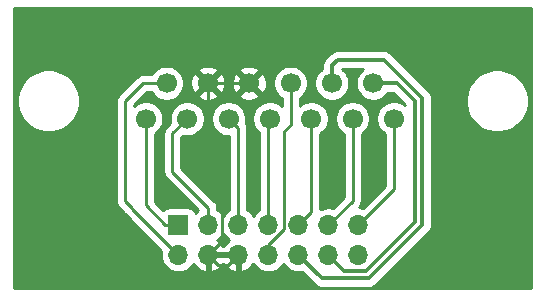
<source format=gbr>
G04 #@! TF.GenerationSoftware,KiCad,Pcbnew,(5.1.4)-1*
G04 #@! TF.CreationDate,2019-10-27T01:37:59+02:00*
G04 #@! TF.ProjectId,SIOSocket,53494f53-6f63-46b6-9574-2e6b69636164,rev?*
G04 #@! TF.SameCoordinates,Original*
G04 #@! TF.FileFunction,Copper,L2,Bot*
G04 #@! TF.FilePolarity,Positive*
%FSLAX46Y46*%
G04 Gerber Fmt 4.6, Leading zero omitted, Abs format (unit mm)*
G04 Created by KiCad (PCBNEW (5.1.4)-1) date 2019-10-27 01:37:59*
%MOMM*%
%LPD*%
G04 APERTURE LIST*
%ADD10R,1.700000X1.700000*%
%ADD11O,1.700000X1.700000*%
%ADD12C,1.700000*%
%ADD13C,0.250000*%
%ADD14C,0.350000*%
%ADD15C,0.254000*%
G04 APERTURE END LIST*
D10*
X140000000Y-98500000D03*
D11*
X140000000Y-101040000D03*
X142540000Y-98500000D03*
X142540000Y-101040000D03*
X145080000Y-98500000D03*
X145080000Y-101040000D03*
X147620000Y-98500000D03*
X147620000Y-101040000D03*
X150160000Y-98500000D03*
X150160000Y-101040000D03*
X152700000Y-98500000D03*
X152700000Y-101040000D03*
X155240000Y-98500000D03*
X155240000Y-101040000D03*
D12*
X139000000Y-86500000D03*
X142500000Y-86500000D03*
X146000000Y-86500000D03*
X149500000Y-86500000D03*
X153000000Y-86500000D03*
X156500000Y-86500000D03*
X137250000Y-89500000D03*
X140750000Y-89500000D03*
X144250000Y-89500000D03*
X147750000Y-89500000D03*
X151250000Y-89500000D03*
X154750000Y-89500000D03*
X158250000Y-89500000D03*
D13*
X137250000Y-90577630D02*
X137250000Y-89500000D01*
X137250000Y-96850000D02*
X137250000Y-90577630D01*
X138900000Y-98500000D02*
X137250000Y-96850000D01*
X140000000Y-98500000D02*
X138900000Y-98500000D01*
X137922370Y-86500000D02*
X139000000Y-86500000D01*
X136074999Y-97114999D02*
X136074999Y-97074999D01*
X140000000Y-101040000D02*
X136074999Y-97114999D01*
X136074999Y-97074999D02*
X135500000Y-96500000D01*
X135500000Y-96500000D02*
X135500000Y-88000000D01*
X137000000Y-86500000D02*
X139000000Y-86500000D01*
X135500000Y-88000000D02*
X137000000Y-86500000D01*
X142540000Y-98500000D02*
X142540000Y-97040000D01*
X142540000Y-97040000D02*
X139500000Y-94000000D01*
X139500000Y-90750000D02*
X140750000Y-89500000D01*
X139500000Y-94000000D02*
X139500000Y-90750000D01*
X145080000Y-90330000D02*
X144250000Y-89500000D01*
X145080000Y-98500000D02*
X145080000Y-90330000D01*
X147620000Y-89630000D02*
X147750000Y-89500000D01*
X147620000Y-98500000D02*
X147620000Y-89630000D01*
X149500000Y-87577630D02*
X149500000Y-86500000D01*
X148984999Y-98874003D02*
X148984999Y-90515001D01*
X147620000Y-101040000D02*
X147620000Y-100239002D01*
X147620000Y-100239002D02*
X148984999Y-98874003D01*
X149500000Y-90000000D02*
X149500000Y-86500000D01*
X148984999Y-90515001D02*
X149500000Y-90000000D01*
X151250000Y-97410000D02*
X151250000Y-89500000D01*
X150160000Y-98500000D02*
X151250000Y-97410000D01*
X154750000Y-96450000D02*
X154750000Y-89500000D01*
X152700000Y-98500000D02*
X154750000Y-96450000D01*
X158250000Y-95490000D02*
X158250000Y-89500000D01*
X155240000Y-98500000D02*
X158250000Y-95490000D01*
X143715001Y-99864999D02*
X143715001Y-92715001D01*
X142540000Y-101040000D02*
X143715001Y-99864999D01*
X142500000Y-91500000D02*
X142500000Y-86500000D01*
X143715001Y-92715001D02*
X142500000Y-91500000D01*
X142500000Y-86500000D02*
X146000000Y-86500000D01*
X144230001Y-101889999D02*
X145080000Y-101040000D01*
X143389999Y-101889999D02*
X144230001Y-101889999D01*
X142540000Y-101040000D02*
X143389999Y-101889999D01*
D14*
X153000000Y-85000000D02*
X153000000Y-86500000D01*
X153500000Y-84500000D02*
X153000000Y-85000000D01*
X152135011Y-103015011D02*
X156145243Y-103015011D01*
X150160000Y-101040000D02*
X152135011Y-103015011D01*
X156145243Y-103015011D02*
X160650010Y-98510244D01*
X160650010Y-98510244D02*
X160650010Y-87730758D01*
X160650010Y-87730758D02*
X157419252Y-84500000D01*
X157419252Y-84500000D02*
X153500000Y-84500000D01*
X153549999Y-101889999D02*
X152700000Y-101040000D01*
X156500000Y-86500000D02*
X158500000Y-86500000D01*
X158500000Y-86500000D02*
X160000000Y-88000000D01*
X160000000Y-88000000D02*
X160000000Y-98241002D01*
X160000000Y-98241002D02*
X155876001Y-102365001D01*
X155876001Y-102365001D02*
X154025001Y-102365001D01*
X154025001Y-102365001D02*
X153549999Y-101889999D01*
D15*
G36*
X169873000Y-103873000D02*
G01*
X126127000Y-103873000D01*
X126127000Y-87737314D01*
X126332905Y-87737314D01*
X126332905Y-88262686D01*
X126435400Y-88777963D01*
X126636451Y-89263343D01*
X126928332Y-89700174D01*
X127299826Y-90071668D01*
X127736657Y-90363549D01*
X128222037Y-90564600D01*
X128737314Y-90667095D01*
X129262686Y-90667095D01*
X129777963Y-90564600D01*
X130263343Y-90363549D01*
X130700174Y-90071668D01*
X131071668Y-89700174D01*
X131363549Y-89263343D01*
X131564600Y-88777963D01*
X131667095Y-88262686D01*
X131667095Y-88000000D01*
X134736324Y-88000000D01*
X134740001Y-88037332D01*
X134740000Y-96462678D01*
X134736324Y-96500000D01*
X134740000Y-96537322D01*
X134740000Y-96537332D01*
X134750997Y-96648985D01*
X134791574Y-96782752D01*
X134794454Y-96792246D01*
X134865026Y-96924276D01*
X134899280Y-96966014D01*
X134959999Y-97040001D01*
X134989002Y-97063803D01*
X135411952Y-97486755D01*
X135440025Y-97539275D01*
X135473448Y-97580001D01*
X135534998Y-97655000D01*
X135564002Y-97678803D01*
X138559203Y-100674005D01*
X138536487Y-100748889D01*
X138507815Y-101040000D01*
X138536487Y-101331111D01*
X138621401Y-101611034D01*
X138759294Y-101869014D01*
X138944866Y-102095134D01*
X139170986Y-102280706D01*
X139428966Y-102418599D01*
X139708889Y-102503513D01*
X139927050Y-102525000D01*
X140072950Y-102525000D01*
X140291111Y-102503513D01*
X140571034Y-102418599D01*
X140829014Y-102280706D01*
X141055134Y-102095134D01*
X141240706Y-101869014D01*
X141275201Y-101804477D01*
X141344822Y-101921355D01*
X141539731Y-102137588D01*
X141773080Y-102311641D01*
X142035901Y-102436825D01*
X142183110Y-102481476D01*
X142413000Y-102360155D01*
X142413000Y-101167000D01*
X142667000Y-101167000D01*
X142667000Y-102360155D01*
X142896890Y-102481476D01*
X143044099Y-102436825D01*
X143306920Y-102311641D01*
X143540269Y-102137588D01*
X143735178Y-101921355D01*
X143810000Y-101795745D01*
X143884822Y-101921355D01*
X144079731Y-102137588D01*
X144313080Y-102311641D01*
X144575901Y-102436825D01*
X144723110Y-102481476D01*
X144953000Y-102360155D01*
X144953000Y-101167000D01*
X142667000Y-101167000D01*
X142413000Y-101167000D01*
X142393000Y-101167000D01*
X142393000Y-100913000D01*
X142413000Y-100913000D01*
X142413000Y-100893000D01*
X142667000Y-100893000D01*
X142667000Y-100913000D01*
X144953000Y-100913000D01*
X144953000Y-100893000D01*
X145207000Y-100893000D01*
X145207000Y-100913000D01*
X145227000Y-100913000D01*
X145227000Y-101167000D01*
X145207000Y-101167000D01*
X145207000Y-102360155D01*
X145436890Y-102481476D01*
X145584099Y-102436825D01*
X145846920Y-102311641D01*
X146080269Y-102137588D01*
X146275178Y-101921355D01*
X146344799Y-101804477D01*
X146379294Y-101869014D01*
X146564866Y-102095134D01*
X146790986Y-102280706D01*
X147048966Y-102418599D01*
X147328889Y-102503513D01*
X147547050Y-102525000D01*
X147692950Y-102525000D01*
X147911111Y-102503513D01*
X148191034Y-102418599D01*
X148449014Y-102280706D01*
X148675134Y-102095134D01*
X148860706Y-101869014D01*
X148890000Y-101814209D01*
X148919294Y-101869014D01*
X149104866Y-102095134D01*
X149330986Y-102280706D01*
X149588966Y-102418599D01*
X149868889Y-102503513D01*
X150087050Y-102525000D01*
X150232950Y-102525000D01*
X150451111Y-102503513D01*
X150471742Y-102497255D01*
X151534116Y-103559629D01*
X151559483Y-103590539D01*
X151627221Y-103646130D01*
X151682821Y-103691760D01*
X151728297Y-103716067D01*
X151823538Y-103766974D01*
X151976223Y-103813291D01*
X152095220Y-103825011D01*
X152095222Y-103825011D01*
X152135010Y-103828930D01*
X152174798Y-103825011D01*
X156105455Y-103825011D01*
X156145243Y-103828930D01*
X156185031Y-103825011D01*
X156185034Y-103825011D01*
X156304031Y-103813291D01*
X156456716Y-103766974D01*
X156597432Y-103691760D01*
X156720771Y-103590539D01*
X156746143Y-103559623D01*
X161194629Y-99111138D01*
X161225538Y-99085772D01*
X161326759Y-98962433D01*
X161354071Y-98911336D01*
X161401973Y-98821718D01*
X161448290Y-98669032D01*
X161463929Y-98510244D01*
X161460010Y-98470453D01*
X161460010Y-87770546D01*
X161463283Y-87737314D01*
X164332905Y-87737314D01*
X164332905Y-88262686D01*
X164435400Y-88777963D01*
X164636451Y-89263343D01*
X164928332Y-89700174D01*
X165299826Y-90071668D01*
X165736657Y-90363549D01*
X166222037Y-90564600D01*
X166737314Y-90667095D01*
X167262686Y-90667095D01*
X167777963Y-90564600D01*
X168263343Y-90363549D01*
X168700174Y-90071668D01*
X169071668Y-89700174D01*
X169363549Y-89263343D01*
X169564600Y-88777963D01*
X169667095Y-88262686D01*
X169667095Y-87737314D01*
X169564600Y-87222037D01*
X169363549Y-86736657D01*
X169071668Y-86299826D01*
X168700174Y-85928332D01*
X168263343Y-85636451D01*
X167777963Y-85435400D01*
X167262686Y-85332905D01*
X166737314Y-85332905D01*
X166222037Y-85435400D01*
X165736657Y-85636451D01*
X165299826Y-85928332D01*
X164928332Y-86299826D01*
X164636451Y-86736657D01*
X164435400Y-87222037D01*
X164332905Y-87737314D01*
X161463283Y-87737314D01*
X161463929Y-87730758D01*
X161459770Y-87688528D01*
X161448290Y-87571970D01*
X161401973Y-87419285D01*
X161326759Y-87278569D01*
X161225538Y-87155230D01*
X161194628Y-87129863D01*
X158020152Y-83955388D01*
X157994780Y-83924472D01*
X157871441Y-83823251D01*
X157730725Y-83748037D01*
X157578040Y-83701720D01*
X157459043Y-83690000D01*
X157459040Y-83690000D01*
X157419252Y-83686081D01*
X157379464Y-83690000D01*
X153539788Y-83690000D01*
X153500000Y-83686081D01*
X153460212Y-83690000D01*
X153460209Y-83690000D01*
X153341212Y-83701720D01*
X153188527Y-83748037D01*
X153047811Y-83823251D01*
X152924472Y-83924472D01*
X152899100Y-83955388D01*
X152455388Y-84399100D01*
X152424472Y-84424472D01*
X152362489Y-84500000D01*
X152323251Y-84547811D01*
X152283049Y-84623025D01*
X152248037Y-84688528D01*
X152201720Y-84841213D01*
X152190790Y-84952189D01*
X152186081Y-85000000D01*
X152190000Y-85039789D01*
X152190000Y-85255230D01*
X152053368Y-85346525D01*
X151846525Y-85553368D01*
X151684010Y-85796589D01*
X151572068Y-86066842D01*
X151515000Y-86353740D01*
X151515000Y-86646260D01*
X151572068Y-86933158D01*
X151684010Y-87203411D01*
X151846525Y-87446632D01*
X152053368Y-87653475D01*
X152296589Y-87815990D01*
X152566842Y-87927932D01*
X152853740Y-87985000D01*
X153146260Y-87985000D01*
X153433158Y-87927932D01*
X153703411Y-87815990D01*
X153946632Y-87653475D01*
X154153475Y-87446632D01*
X154315990Y-87203411D01*
X154427932Y-86933158D01*
X154485000Y-86646260D01*
X154485000Y-86353740D01*
X154427932Y-86066842D01*
X154315990Y-85796589D01*
X154153475Y-85553368D01*
X153946632Y-85346525D01*
X153891968Y-85310000D01*
X155608032Y-85310000D01*
X155553368Y-85346525D01*
X155346525Y-85553368D01*
X155184010Y-85796589D01*
X155072068Y-86066842D01*
X155015000Y-86353740D01*
X155015000Y-86646260D01*
X155072068Y-86933158D01*
X155184010Y-87203411D01*
X155346525Y-87446632D01*
X155553368Y-87653475D01*
X155796589Y-87815990D01*
X156066842Y-87927932D01*
X156353740Y-87985000D01*
X156646260Y-87985000D01*
X156933158Y-87927932D01*
X157203411Y-87815990D01*
X157446632Y-87653475D01*
X157653475Y-87446632D01*
X157744770Y-87310000D01*
X158164488Y-87310000D01*
X159190000Y-88335513D01*
X159190000Y-88342094D01*
X158953411Y-88184010D01*
X158683158Y-88072068D01*
X158396260Y-88015000D01*
X158103740Y-88015000D01*
X157816842Y-88072068D01*
X157546589Y-88184010D01*
X157303368Y-88346525D01*
X157096525Y-88553368D01*
X156934010Y-88796589D01*
X156822068Y-89066842D01*
X156765000Y-89353740D01*
X156765000Y-89646260D01*
X156822068Y-89933158D01*
X156934010Y-90203411D01*
X157096525Y-90446632D01*
X157303368Y-90653475D01*
X157490001Y-90778179D01*
X157490000Y-95175198D01*
X155605996Y-97059203D01*
X155531111Y-97036487D01*
X155312950Y-97015000D01*
X155259802Y-97015000D01*
X155261004Y-97013798D01*
X155290001Y-96990001D01*
X155384974Y-96874276D01*
X155455546Y-96742247D01*
X155499003Y-96598986D01*
X155510000Y-96487333D01*
X155510000Y-96487323D01*
X155513676Y-96450000D01*
X155510000Y-96412677D01*
X155510000Y-90778178D01*
X155696632Y-90653475D01*
X155903475Y-90446632D01*
X156065990Y-90203411D01*
X156177932Y-89933158D01*
X156235000Y-89646260D01*
X156235000Y-89353740D01*
X156177932Y-89066842D01*
X156065990Y-88796589D01*
X155903475Y-88553368D01*
X155696632Y-88346525D01*
X155453411Y-88184010D01*
X155183158Y-88072068D01*
X154896260Y-88015000D01*
X154603740Y-88015000D01*
X154316842Y-88072068D01*
X154046589Y-88184010D01*
X153803368Y-88346525D01*
X153596525Y-88553368D01*
X153434010Y-88796589D01*
X153322068Y-89066842D01*
X153265000Y-89353740D01*
X153265000Y-89646260D01*
X153322068Y-89933158D01*
X153434010Y-90203411D01*
X153596525Y-90446632D01*
X153803368Y-90653475D01*
X153990001Y-90778179D01*
X153990000Y-96135198D01*
X153065996Y-97059203D01*
X152991111Y-97036487D01*
X152772950Y-97015000D01*
X152627050Y-97015000D01*
X152408889Y-97036487D01*
X152128966Y-97121401D01*
X152010000Y-97184990D01*
X152010000Y-90778178D01*
X152196632Y-90653475D01*
X152403475Y-90446632D01*
X152565990Y-90203411D01*
X152677932Y-89933158D01*
X152735000Y-89646260D01*
X152735000Y-89353740D01*
X152677932Y-89066842D01*
X152565990Y-88796589D01*
X152403475Y-88553368D01*
X152196632Y-88346525D01*
X151953411Y-88184010D01*
X151683158Y-88072068D01*
X151396260Y-88015000D01*
X151103740Y-88015000D01*
X150816842Y-88072068D01*
X150546589Y-88184010D01*
X150303368Y-88346525D01*
X150260000Y-88389893D01*
X150260000Y-87778178D01*
X150446632Y-87653475D01*
X150653475Y-87446632D01*
X150815990Y-87203411D01*
X150927932Y-86933158D01*
X150985000Y-86646260D01*
X150985000Y-86353740D01*
X150927932Y-86066842D01*
X150815990Y-85796589D01*
X150653475Y-85553368D01*
X150446632Y-85346525D01*
X150203411Y-85184010D01*
X149933158Y-85072068D01*
X149646260Y-85015000D01*
X149353740Y-85015000D01*
X149066842Y-85072068D01*
X148796589Y-85184010D01*
X148553368Y-85346525D01*
X148346525Y-85553368D01*
X148184010Y-85796589D01*
X148072068Y-86066842D01*
X148015000Y-86353740D01*
X148015000Y-86646260D01*
X148072068Y-86933158D01*
X148184010Y-87203411D01*
X148346525Y-87446632D01*
X148553368Y-87653475D01*
X148740001Y-87778179D01*
X148740000Y-88389893D01*
X148696632Y-88346525D01*
X148453411Y-88184010D01*
X148183158Y-88072068D01*
X147896260Y-88015000D01*
X147603740Y-88015000D01*
X147316842Y-88072068D01*
X147046589Y-88184010D01*
X146803368Y-88346525D01*
X146596525Y-88553368D01*
X146434010Y-88796589D01*
X146322068Y-89066842D01*
X146265000Y-89353740D01*
X146265000Y-89646260D01*
X146322068Y-89933158D01*
X146434010Y-90203411D01*
X146596525Y-90446632D01*
X146803368Y-90653475D01*
X146860001Y-90691316D01*
X146860000Y-97222405D01*
X146790986Y-97259294D01*
X146564866Y-97444866D01*
X146379294Y-97670986D01*
X146350000Y-97725791D01*
X146320706Y-97670986D01*
X146135134Y-97444866D01*
X145909014Y-97259294D01*
X145840000Y-97222405D01*
X145840000Y-90367322D01*
X145843676Y-90329999D01*
X145840000Y-90292676D01*
X145840000Y-90292667D01*
X145829003Y-90181014D01*
X145785546Y-90037753D01*
X145714974Y-89905724D01*
X145689551Y-89874746D01*
X145735000Y-89646260D01*
X145735000Y-89353740D01*
X145677932Y-89066842D01*
X145565990Y-88796589D01*
X145403475Y-88553368D01*
X145196632Y-88346525D01*
X144953411Y-88184010D01*
X144683158Y-88072068D01*
X144396260Y-88015000D01*
X144103740Y-88015000D01*
X143816842Y-88072068D01*
X143546589Y-88184010D01*
X143303368Y-88346525D01*
X143096525Y-88553368D01*
X142934010Y-88796589D01*
X142822068Y-89066842D01*
X142765000Y-89353740D01*
X142765000Y-89646260D01*
X142822068Y-89933158D01*
X142934010Y-90203411D01*
X143096525Y-90446632D01*
X143303368Y-90653475D01*
X143546589Y-90815990D01*
X143816842Y-90927932D01*
X144103740Y-90985000D01*
X144320001Y-90985000D01*
X144320000Y-97222405D01*
X144250986Y-97259294D01*
X144024866Y-97444866D01*
X143839294Y-97670986D01*
X143810000Y-97725791D01*
X143780706Y-97670986D01*
X143595134Y-97444866D01*
X143369014Y-97259294D01*
X143300000Y-97222405D01*
X143300000Y-97077322D01*
X143303676Y-97039999D01*
X143300000Y-97002676D01*
X143300000Y-97002667D01*
X143289003Y-96891014D01*
X143245546Y-96747753D01*
X143174974Y-96615724D01*
X143080001Y-96499999D01*
X143051003Y-96476201D01*
X140260000Y-93685199D01*
X140260000Y-91064801D01*
X140383592Y-90941209D01*
X140603740Y-90985000D01*
X140896260Y-90985000D01*
X141183158Y-90927932D01*
X141453411Y-90815990D01*
X141696632Y-90653475D01*
X141903475Y-90446632D01*
X142065990Y-90203411D01*
X142177932Y-89933158D01*
X142235000Y-89646260D01*
X142235000Y-89353740D01*
X142177932Y-89066842D01*
X142065990Y-88796589D01*
X141903475Y-88553368D01*
X141696632Y-88346525D01*
X141453411Y-88184010D01*
X141183158Y-88072068D01*
X140896260Y-88015000D01*
X140603740Y-88015000D01*
X140316842Y-88072068D01*
X140046589Y-88184010D01*
X139803368Y-88346525D01*
X139596525Y-88553368D01*
X139434010Y-88796589D01*
X139322068Y-89066842D01*
X139265000Y-89353740D01*
X139265000Y-89646260D01*
X139308791Y-89866408D01*
X138988998Y-90186201D01*
X138960000Y-90209999D01*
X138936202Y-90238997D01*
X138936201Y-90238998D01*
X138865026Y-90325724D01*
X138794454Y-90457754D01*
X138750998Y-90601015D01*
X138736324Y-90750000D01*
X138740001Y-90787332D01*
X138740000Y-93962677D01*
X138736324Y-94000000D01*
X138740000Y-94037322D01*
X138740000Y-94037332D01*
X138750997Y-94148985D01*
X138794454Y-94292246D01*
X138865026Y-94424276D01*
X138904871Y-94472826D01*
X138959999Y-94540001D01*
X138989003Y-94563804D01*
X141696434Y-97271236D01*
X141484866Y-97444866D01*
X141460393Y-97474687D01*
X141439502Y-97405820D01*
X141380537Y-97295506D01*
X141301185Y-97198815D01*
X141204494Y-97119463D01*
X141094180Y-97060498D01*
X140974482Y-97024188D01*
X140850000Y-97011928D01*
X139150000Y-97011928D01*
X139025518Y-97024188D01*
X138905820Y-97060498D01*
X138795506Y-97119463D01*
X138698815Y-97198815D01*
X138687457Y-97212655D01*
X138010000Y-96535199D01*
X138010000Y-90778178D01*
X138196632Y-90653475D01*
X138403475Y-90446632D01*
X138565990Y-90203411D01*
X138677932Y-89933158D01*
X138735000Y-89646260D01*
X138735000Y-89353740D01*
X138677932Y-89066842D01*
X138565990Y-88796589D01*
X138403475Y-88553368D01*
X138196632Y-88346525D01*
X137953411Y-88184010D01*
X137683158Y-88072068D01*
X137396260Y-88015000D01*
X137103740Y-88015000D01*
X136816842Y-88072068D01*
X136546589Y-88184010D01*
X136303368Y-88346525D01*
X136260000Y-88389893D01*
X136260000Y-88314801D01*
X137314802Y-87260000D01*
X137721822Y-87260000D01*
X137846525Y-87446632D01*
X138053368Y-87653475D01*
X138296589Y-87815990D01*
X138566842Y-87927932D01*
X138853740Y-87985000D01*
X139146260Y-87985000D01*
X139433158Y-87927932D01*
X139703411Y-87815990D01*
X139946632Y-87653475D01*
X140071710Y-87528397D01*
X141651208Y-87528397D01*
X141728843Y-87777472D01*
X141992883Y-87903371D01*
X142276411Y-87975339D01*
X142568531Y-87990611D01*
X142858019Y-87948599D01*
X143133747Y-87850919D01*
X143271157Y-87777472D01*
X143348792Y-87528397D01*
X145151208Y-87528397D01*
X145228843Y-87777472D01*
X145492883Y-87903371D01*
X145776411Y-87975339D01*
X146068531Y-87990611D01*
X146358019Y-87948599D01*
X146633747Y-87850919D01*
X146771157Y-87777472D01*
X146848792Y-87528397D01*
X146000000Y-86679605D01*
X145151208Y-87528397D01*
X143348792Y-87528397D01*
X142500000Y-86679605D01*
X141651208Y-87528397D01*
X140071710Y-87528397D01*
X140153475Y-87446632D01*
X140315990Y-87203411D01*
X140427932Y-86933158D01*
X140485000Y-86646260D01*
X140485000Y-86568531D01*
X141009389Y-86568531D01*
X141051401Y-86858019D01*
X141149081Y-87133747D01*
X141222528Y-87271157D01*
X141471603Y-87348792D01*
X142320395Y-86500000D01*
X142679605Y-86500000D01*
X143528397Y-87348792D01*
X143777472Y-87271157D01*
X143903371Y-87007117D01*
X143975339Y-86723589D01*
X143983445Y-86568531D01*
X144509389Y-86568531D01*
X144551401Y-86858019D01*
X144649081Y-87133747D01*
X144722528Y-87271157D01*
X144971603Y-87348792D01*
X145820395Y-86500000D01*
X146179605Y-86500000D01*
X147028397Y-87348792D01*
X147277472Y-87271157D01*
X147403371Y-87007117D01*
X147475339Y-86723589D01*
X147490611Y-86431469D01*
X147448599Y-86141981D01*
X147350919Y-85866253D01*
X147277472Y-85728843D01*
X147028397Y-85651208D01*
X146179605Y-86500000D01*
X145820395Y-86500000D01*
X144971603Y-85651208D01*
X144722528Y-85728843D01*
X144596629Y-85992883D01*
X144524661Y-86276411D01*
X144509389Y-86568531D01*
X143983445Y-86568531D01*
X143990611Y-86431469D01*
X143948599Y-86141981D01*
X143850919Y-85866253D01*
X143777472Y-85728843D01*
X143528397Y-85651208D01*
X142679605Y-86500000D01*
X142320395Y-86500000D01*
X141471603Y-85651208D01*
X141222528Y-85728843D01*
X141096629Y-85992883D01*
X141024661Y-86276411D01*
X141009389Y-86568531D01*
X140485000Y-86568531D01*
X140485000Y-86353740D01*
X140427932Y-86066842D01*
X140315990Y-85796589D01*
X140153475Y-85553368D01*
X140071710Y-85471603D01*
X141651208Y-85471603D01*
X142500000Y-86320395D01*
X143348792Y-85471603D01*
X145151208Y-85471603D01*
X146000000Y-86320395D01*
X146848792Y-85471603D01*
X146771157Y-85222528D01*
X146507117Y-85096629D01*
X146223589Y-85024661D01*
X145931469Y-85009389D01*
X145641981Y-85051401D01*
X145366253Y-85149081D01*
X145228843Y-85222528D01*
X145151208Y-85471603D01*
X143348792Y-85471603D01*
X143271157Y-85222528D01*
X143007117Y-85096629D01*
X142723589Y-85024661D01*
X142431469Y-85009389D01*
X142141981Y-85051401D01*
X141866253Y-85149081D01*
X141728843Y-85222528D01*
X141651208Y-85471603D01*
X140071710Y-85471603D01*
X139946632Y-85346525D01*
X139703411Y-85184010D01*
X139433158Y-85072068D01*
X139146260Y-85015000D01*
X138853740Y-85015000D01*
X138566842Y-85072068D01*
X138296589Y-85184010D01*
X138053368Y-85346525D01*
X137846525Y-85553368D01*
X137721822Y-85740000D01*
X137037322Y-85740000D01*
X136999999Y-85736324D01*
X136962676Y-85740000D01*
X136962667Y-85740000D01*
X136851014Y-85750997D01*
X136707753Y-85794454D01*
X136575724Y-85865026D01*
X136459999Y-85959999D01*
X136436201Y-85988997D01*
X134988998Y-87436201D01*
X134960000Y-87459999D01*
X134936202Y-87488997D01*
X134936201Y-87488998D01*
X134865026Y-87575724D01*
X134794454Y-87707754D01*
X134773306Y-87777472D01*
X134753972Y-87841212D01*
X134750998Y-87851015D01*
X134736324Y-88000000D01*
X131667095Y-88000000D01*
X131667095Y-87737314D01*
X131564600Y-87222037D01*
X131363549Y-86736657D01*
X131071668Y-86299826D01*
X130700174Y-85928332D01*
X130263343Y-85636451D01*
X129777963Y-85435400D01*
X129262686Y-85332905D01*
X128737314Y-85332905D01*
X128222037Y-85435400D01*
X127736657Y-85636451D01*
X127299826Y-85928332D01*
X126928332Y-86299826D01*
X126636451Y-86736657D01*
X126435400Y-87222037D01*
X126332905Y-87737314D01*
X126127000Y-87737314D01*
X126127000Y-80127000D01*
X169873000Y-80127000D01*
X169873000Y-103873000D01*
X169873000Y-103873000D01*
G37*
X169873000Y-103873000D02*
X126127000Y-103873000D01*
X126127000Y-87737314D01*
X126332905Y-87737314D01*
X126332905Y-88262686D01*
X126435400Y-88777963D01*
X126636451Y-89263343D01*
X126928332Y-89700174D01*
X127299826Y-90071668D01*
X127736657Y-90363549D01*
X128222037Y-90564600D01*
X128737314Y-90667095D01*
X129262686Y-90667095D01*
X129777963Y-90564600D01*
X130263343Y-90363549D01*
X130700174Y-90071668D01*
X131071668Y-89700174D01*
X131363549Y-89263343D01*
X131564600Y-88777963D01*
X131667095Y-88262686D01*
X131667095Y-88000000D01*
X134736324Y-88000000D01*
X134740001Y-88037332D01*
X134740000Y-96462678D01*
X134736324Y-96500000D01*
X134740000Y-96537322D01*
X134740000Y-96537332D01*
X134750997Y-96648985D01*
X134791574Y-96782752D01*
X134794454Y-96792246D01*
X134865026Y-96924276D01*
X134899280Y-96966014D01*
X134959999Y-97040001D01*
X134989002Y-97063803D01*
X135411952Y-97486755D01*
X135440025Y-97539275D01*
X135473448Y-97580001D01*
X135534998Y-97655000D01*
X135564002Y-97678803D01*
X138559203Y-100674005D01*
X138536487Y-100748889D01*
X138507815Y-101040000D01*
X138536487Y-101331111D01*
X138621401Y-101611034D01*
X138759294Y-101869014D01*
X138944866Y-102095134D01*
X139170986Y-102280706D01*
X139428966Y-102418599D01*
X139708889Y-102503513D01*
X139927050Y-102525000D01*
X140072950Y-102525000D01*
X140291111Y-102503513D01*
X140571034Y-102418599D01*
X140829014Y-102280706D01*
X141055134Y-102095134D01*
X141240706Y-101869014D01*
X141275201Y-101804477D01*
X141344822Y-101921355D01*
X141539731Y-102137588D01*
X141773080Y-102311641D01*
X142035901Y-102436825D01*
X142183110Y-102481476D01*
X142413000Y-102360155D01*
X142413000Y-101167000D01*
X142667000Y-101167000D01*
X142667000Y-102360155D01*
X142896890Y-102481476D01*
X143044099Y-102436825D01*
X143306920Y-102311641D01*
X143540269Y-102137588D01*
X143735178Y-101921355D01*
X143810000Y-101795745D01*
X143884822Y-101921355D01*
X144079731Y-102137588D01*
X144313080Y-102311641D01*
X144575901Y-102436825D01*
X144723110Y-102481476D01*
X144953000Y-102360155D01*
X144953000Y-101167000D01*
X142667000Y-101167000D01*
X142413000Y-101167000D01*
X142393000Y-101167000D01*
X142393000Y-100913000D01*
X142413000Y-100913000D01*
X142413000Y-100893000D01*
X142667000Y-100893000D01*
X142667000Y-100913000D01*
X144953000Y-100913000D01*
X144953000Y-100893000D01*
X145207000Y-100893000D01*
X145207000Y-100913000D01*
X145227000Y-100913000D01*
X145227000Y-101167000D01*
X145207000Y-101167000D01*
X145207000Y-102360155D01*
X145436890Y-102481476D01*
X145584099Y-102436825D01*
X145846920Y-102311641D01*
X146080269Y-102137588D01*
X146275178Y-101921355D01*
X146344799Y-101804477D01*
X146379294Y-101869014D01*
X146564866Y-102095134D01*
X146790986Y-102280706D01*
X147048966Y-102418599D01*
X147328889Y-102503513D01*
X147547050Y-102525000D01*
X147692950Y-102525000D01*
X147911111Y-102503513D01*
X148191034Y-102418599D01*
X148449014Y-102280706D01*
X148675134Y-102095134D01*
X148860706Y-101869014D01*
X148890000Y-101814209D01*
X148919294Y-101869014D01*
X149104866Y-102095134D01*
X149330986Y-102280706D01*
X149588966Y-102418599D01*
X149868889Y-102503513D01*
X150087050Y-102525000D01*
X150232950Y-102525000D01*
X150451111Y-102503513D01*
X150471742Y-102497255D01*
X151534116Y-103559629D01*
X151559483Y-103590539D01*
X151627221Y-103646130D01*
X151682821Y-103691760D01*
X151728297Y-103716067D01*
X151823538Y-103766974D01*
X151976223Y-103813291D01*
X152095220Y-103825011D01*
X152095222Y-103825011D01*
X152135010Y-103828930D01*
X152174798Y-103825011D01*
X156105455Y-103825011D01*
X156145243Y-103828930D01*
X156185031Y-103825011D01*
X156185034Y-103825011D01*
X156304031Y-103813291D01*
X156456716Y-103766974D01*
X156597432Y-103691760D01*
X156720771Y-103590539D01*
X156746143Y-103559623D01*
X161194629Y-99111138D01*
X161225538Y-99085772D01*
X161326759Y-98962433D01*
X161354071Y-98911336D01*
X161401973Y-98821718D01*
X161448290Y-98669032D01*
X161463929Y-98510244D01*
X161460010Y-98470453D01*
X161460010Y-87770546D01*
X161463283Y-87737314D01*
X164332905Y-87737314D01*
X164332905Y-88262686D01*
X164435400Y-88777963D01*
X164636451Y-89263343D01*
X164928332Y-89700174D01*
X165299826Y-90071668D01*
X165736657Y-90363549D01*
X166222037Y-90564600D01*
X166737314Y-90667095D01*
X167262686Y-90667095D01*
X167777963Y-90564600D01*
X168263343Y-90363549D01*
X168700174Y-90071668D01*
X169071668Y-89700174D01*
X169363549Y-89263343D01*
X169564600Y-88777963D01*
X169667095Y-88262686D01*
X169667095Y-87737314D01*
X169564600Y-87222037D01*
X169363549Y-86736657D01*
X169071668Y-86299826D01*
X168700174Y-85928332D01*
X168263343Y-85636451D01*
X167777963Y-85435400D01*
X167262686Y-85332905D01*
X166737314Y-85332905D01*
X166222037Y-85435400D01*
X165736657Y-85636451D01*
X165299826Y-85928332D01*
X164928332Y-86299826D01*
X164636451Y-86736657D01*
X164435400Y-87222037D01*
X164332905Y-87737314D01*
X161463283Y-87737314D01*
X161463929Y-87730758D01*
X161459770Y-87688528D01*
X161448290Y-87571970D01*
X161401973Y-87419285D01*
X161326759Y-87278569D01*
X161225538Y-87155230D01*
X161194628Y-87129863D01*
X158020152Y-83955388D01*
X157994780Y-83924472D01*
X157871441Y-83823251D01*
X157730725Y-83748037D01*
X157578040Y-83701720D01*
X157459043Y-83690000D01*
X157459040Y-83690000D01*
X157419252Y-83686081D01*
X157379464Y-83690000D01*
X153539788Y-83690000D01*
X153500000Y-83686081D01*
X153460212Y-83690000D01*
X153460209Y-83690000D01*
X153341212Y-83701720D01*
X153188527Y-83748037D01*
X153047811Y-83823251D01*
X152924472Y-83924472D01*
X152899100Y-83955388D01*
X152455388Y-84399100D01*
X152424472Y-84424472D01*
X152362489Y-84500000D01*
X152323251Y-84547811D01*
X152283049Y-84623025D01*
X152248037Y-84688528D01*
X152201720Y-84841213D01*
X152190790Y-84952189D01*
X152186081Y-85000000D01*
X152190000Y-85039789D01*
X152190000Y-85255230D01*
X152053368Y-85346525D01*
X151846525Y-85553368D01*
X151684010Y-85796589D01*
X151572068Y-86066842D01*
X151515000Y-86353740D01*
X151515000Y-86646260D01*
X151572068Y-86933158D01*
X151684010Y-87203411D01*
X151846525Y-87446632D01*
X152053368Y-87653475D01*
X152296589Y-87815990D01*
X152566842Y-87927932D01*
X152853740Y-87985000D01*
X153146260Y-87985000D01*
X153433158Y-87927932D01*
X153703411Y-87815990D01*
X153946632Y-87653475D01*
X154153475Y-87446632D01*
X154315990Y-87203411D01*
X154427932Y-86933158D01*
X154485000Y-86646260D01*
X154485000Y-86353740D01*
X154427932Y-86066842D01*
X154315990Y-85796589D01*
X154153475Y-85553368D01*
X153946632Y-85346525D01*
X153891968Y-85310000D01*
X155608032Y-85310000D01*
X155553368Y-85346525D01*
X155346525Y-85553368D01*
X155184010Y-85796589D01*
X155072068Y-86066842D01*
X155015000Y-86353740D01*
X155015000Y-86646260D01*
X155072068Y-86933158D01*
X155184010Y-87203411D01*
X155346525Y-87446632D01*
X155553368Y-87653475D01*
X155796589Y-87815990D01*
X156066842Y-87927932D01*
X156353740Y-87985000D01*
X156646260Y-87985000D01*
X156933158Y-87927932D01*
X157203411Y-87815990D01*
X157446632Y-87653475D01*
X157653475Y-87446632D01*
X157744770Y-87310000D01*
X158164488Y-87310000D01*
X159190000Y-88335513D01*
X159190000Y-88342094D01*
X158953411Y-88184010D01*
X158683158Y-88072068D01*
X158396260Y-88015000D01*
X158103740Y-88015000D01*
X157816842Y-88072068D01*
X157546589Y-88184010D01*
X157303368Y-88346525D01*
X157096525Y-88553368D01*
X156934010Y-88796589D01*
X156822068Y-89066842D01*
X156765000Y-89353740D01*
X156765000Y-89646260D01*
X156822068Y-89933158D01*
X156934010Y-90203411D01*
X157096525Y-90446632D01*
X157303368Y-90653475D01*
X157490001Y-90778179D01*
X157490000Y-95175198D01*
X155605996Y-97059203D01*
X155531111Y-97036487D01*
X155312950Y-97015000D01*
X155259802Y-97015000D01*
X155261004Y-97013798D01*
X155290001Y-96990001D01*
X155384974Y-96874276D01*
X155455546Y-96742247D01*
X155499003Y-96598986D01*
X155510000Y-96487333D01*
X155510000Y-96487323D01*
X155513676Y-96450000D01*
X155510000Y-96412677D01*
X155510000Y-90778178D01*
X155696632Y-90653475D01*
X155903475Y-90446632D01*
X156065990Y-90203411D01*
X156177932Y-89933158D01*
X156235000Y-89646260D01*
X156235000Y-89353740D01*
X156177932Y-89066842D01*
X156065990Y-88796589D01*
X155903475Y-88553368D01*
X155696632Y-88346525D01*
X155453411Y-88184010D01*
X155183158Y-88072068D01*
X154896260Y-88015000D01*
X154603740Y-88015000D01*
X154316842Y-88072068D01*
X154046589Y-88184010D01*
X153803368Y-88346525D01*
X153596525Y-88553368D01*
X153434010Y-88796589D01*
X153322068Y-89066842D01*
X153265000Y-89353740D01*
X153265000Y-89646260D01*
X153322068Y-89933158D01*
X153434010Y-90203411D01*
X153596525Y-90446632D01*
X153803368Y-90653475D01*
X153990001Y-90778179D01*
X153990000Y-96135198D01*
X153065996Y-97059203D01*
X152991111Y-97036487D01*
X152772950Y-97015000D01*
X152627050Y-97015000D01*
X152408889Y-97036487D01*
X152128966Y-97121401D01*
X152010000Y-97184990D01*
X152010000Y-90778178D01*
X152196632Y-90653475D01*
X152403475Y-90446632D01*
X152565990Y-90203411D01*
X152677932Y-89933158D01*
X152735000Y-89646260D01*
X152735000Y-89353740D01*
X152677932Y-89066842D01*
X152565990Y-88796589D01*
X152403475Y-88553368D01*
X152196632Y-88346525D01*
X151953411Y-88184010D01*
X151683158Y-88072068D01*
X151396260Y-88015000D01*
X151103740Y-88015000D01*
X150816842Y-88072068D01*
X150546589Y-88184010D01*
X150303368Y-88346525D01*
X150260000Y-88389893D01*
X150260000Y-87778178D01*
X150446632Y-87653475D01*
X150653475Y-87446632D01*
X150815990Y-87203411D01*
X150927932Y-86933158D01*
X150985000Y-86646260D01*
X150985000Y-86353740D01*
X150927932Y-86066842D01*
X150815990Y-85796589D01*
X150653475Y-85553368D01*
X150446632Y-85346525D01*
X150203411Y-85184010D01*
X149933158Y-85072068D01*
X149646260Y-85015000D01*
X149353740Y-85015000D01*
X149066842Y-85072068D01*
X148796589Y-85184010D01*
X148553368Y-85346525D01*
X148346525Y-85553368D01*
X148184010Y-85796589D01*
X148072068Y-86066842D01*
X148015000Y-86353740D01*
X148015000Y-86646260D01*
X148072068Y-86933158D01*
X148184010Y-87203411D01*
X148346525Y-87446632D01*
X148553368Y-87653475D01*
X148740001Y-87778179D01*
X148740000Y-88389893D01*
X148696632Y-88346525D01*
X148453411Y-88184010D01*
X148183158Y-88072068D01*
X147896260Y-88015000D01*
X147603740Y-88015000D01*
X147316842Y-88072068D01*
X147046589Y-88184010D01*
X146803368Y-88346525D01*
X146596525Y-88553368D01*
X146434010Y-88796589D01*
X146322068Y-89066842D01*
X146265000Y-89353740D01*
X146265000Y-89646260D01*
X146322068Y-89933158D01*
X146434010Y-90203411D01*
X146596525Y-90446632D01*
X146803368Y-90653475D01*
X146860001Y-90691316D01*
X146860000Y-97222405D01*
X146790986Y-97259294D01*
X146564866Y-97444866D01*
X146379294Y-97670986D01*
X146350000Y-97725791D01*
X146320706Y-97670986D01*
X146135134Y-97444866D01*
X145909014Y-97259294D01*
X145840000Y-97222405D01*
X145840000Y-90367322D01*
X145843676Y-90329999D01*
X145840000Y-90292676D01*
X145840000Y-90292667D01*
X145829003Y-90181014D01*
X145785546Y-90037753D01*
X145714974Y-89905724D01*
X145689551Y-89874746D01*
X145735000Y-89646260D01*
X145735000Y-89353740D01*
X145677932Y-89066842D01*
X145565990Y-88796589D01*
X145403475Y-88553368D01*
X145196632Y-88346525D01*
X144953411Y-88184010D01*
X144683158Y-88072068D01*
X144396260Y-88015000D01*
X144103740Y-88015000D01*
X143816842Y-88072068D01*
X143546589Y-88184010D01*
X143303368Y-88346525D01*
X143096525Y-88553368D01*
X142934010Y-88796589D01*
X142822068Y-89066842D01*
X142765000Y-89353740D01*
X142765000Y-89646260D01*
X142822068Y-89933158D01*
X142934010Y-90203411D01*
X143096525Y-90446632D01*
X143303368Y-90653475D01*
X143546589Y-90815990D01*
X143816842Y-90927932D01*
X144103740Y-90985000D01*
X144320001Y-90985000D01*
X144320000Y-97222405D01*
X144250986Y-97259294D01*
X144024866Y-97444866D01*
X143839294Y-97670986D01*
X143810000Y-97725791D01*
X143780706Y-97670986D01*
X143595134Y-97444866D01*
X143369014Y-97259294D01*
X143300000Y-97222405D01*
X143300000Y-97077322D01*
X143303676Y-97039999D01*
X143300000Y-97002676D01*
X143300000Y-97002667D01*
X143289003Y-96891014D01*
X143245546Y-96747753D01*
X143174974Y-96615724D01*
X143080001Y-96499999D01*
X143051003Y-96476201D01*
X140260000Y-93685199D01*
X140260000Y-91064801D01*
X140383592Y-90941209D01*
X140603740Y-90985000D01*
X140896260Y-90985000D01*
X141183158Y-90927932D01*
X141453411Y-90815990D01*
X141696632Y-90653475D01*
X141903475Y-90446632D01*
X142065990Y-90203411D01*
X142177932Y-89933158D01*
X142235000Y-89646260D01*
X142235000Y-89353740D01*
X142177932Y-89066842D01*
X142065990Y-88796589D01*
X141903475Y-88553368D01*
X141696632Y-88346525D01*
X141453411Y-88184010D01*
X141183158Y-88072068D01*
X140896260Y-88015000D01*
X140603740Y-88015000D01*
X140316842Y-88072068D01*
X140046589Y-88184010D01*
X139803368Y-88346525D01*
X139596525Y-88553368D01*
X139434010Y-88796589D01*
X139322068Y-89066842D01*
X139265000Y-89353740D01*
X139265000Y-89646260D01*
X139308791Y-89866408D01*
X138988998Y-90186201D01*
X138960000Y-90209999D01*
X138936202Y-90238997D01*
X138936201Y-90238998D01*
X138865026Y-90325724D01*
X138794454Y-90457754D01*
X138750998Y-90601015D01*
X138736324Y-90750000D01*
X138740001Y-90787332D01*
X138740000Y-93962677D01*
X138736324Y-94000000D01*
X138740000Y-94037322D01*
X138740000Y-94037332D01*
X138750997Y-94148985D01*
X138794454Y-94292246D01*
X138865026Y-94424276D01*
X138904871Y-94472826D01*
X138959999Y-94540001D01*
X138989003Y-94563804D01*
X141696434Y-97271236D01*
X141484866Y-97444866D01*
X141460393Y-97474687D01*
X141439502Y-97405820D01*
X141380537Y-97295506D01*
X141301185Y-97198815D01*
X141204494Y-97119463D01*
X141094180Y-97060498D01*
X140974482Y-97024188D01*
X140850000Y-97011928D01*
X139150000Y-97011928D01*
X139025518Y-97024188D01*
X138905820Y-97060498D01*
X138795506Y-97119463D01*
X138698815Y-97198815D01*
X138687457Y-97212655D01*
X138010000Y-96535199D01*
X138010000Y-90778178D01*
X138196632Y-90653475D01*
X138403475Y-90446632D01*
X138565990Y-90203411D01*
X138677932Y-89933158D01*
X138735000Y-89646260D01*
X138735000Y-89353740D01*
X138677932Y-89066842D01*
X138565990Y-88796589D01*
X138403475Y-88553368D01*
X138196632Y-88346525D01*
X137953411Y-88184010D01*
X137683158Y-88072068D01*
X137396260Y-88015000D01*
X137103740Y-88015000D01*
X136816842Y-88072068D01*
X136546589Y-88184010D01*
X136303368Y-88346525D01*
X136260000Y-88389893D01*
X136260000Y-88314801D01*
X137314802Y-87260000D01*
X137721822Y-87260000D01*
X137846525Y-87446632D01*
X138053368Y-87653475D01*
X138296589Y-87815990D01*
X138566842Y-87927932D01*
X138853740Y-87985000D01*
X139146260Y-87985000D01*
X139433158Y-87927932D01*
X139703411Y-87815990D01*
X139946632Y-87653475D01*
X140071710Y-87528397D01*
X141651208Y-87528397D01*
X141728843Y-87777472D01*
X141992883Y-87903371D01*
X142276411Y-87975339D01*
X142568531Y-87990611D01*
X142858019Y-87948599D01*
X143133747Y-87850919D01*
X143271157Y-87777472D01*
X143348792Y-87528397D01*
X145151208Y-87528397D01*
X145228843Y-87777472D01*
X145492883Y-87903371D01*
X145776411Y-87975339D01*
X146068531Y-87990611D01*
X146358019Y-87948599D01*
X146633747Y-87850919D01*
X146771157Y-87777472D01*
X146848792Y-87528397D01*
X146000000Y-86679605D01*
X145151208Y-87528397D01*
X143348792Y-87528397D01*
X142500000Y-86679605D01*
X141651208Y-87528397D01*
X140071710Y-87528397D01*
X140153475Y-87446632D01*
X140315990Y-87203411D01*
X140427932Y-86933158D01*
X140485000Y-86646260D01*
X140485000Y-86568531D01*
X141009389Y-86568531D01*
X141051401Y-86858019D01*
X141149081Y-87133747D01*
X141222528Y-87271157D01*
X141471603Y-87348792D01*
X142320395Y-86500000D01*
X142679605Y-86500000D01*
X143528397Y-87348792D01*
X143777472Y-87271157D01*
X143903371Y-87007117D01*
X143975339Y-86723589D01*
X143983445Y-86568531D01*
X144509389Y-86568531D01*
X144551401Y-86858019D01*
X144649081Y-87133747D01*
X144722528Y-87271157D01*
X144971603Y-87348792D01*
X145820395Y-86500000D01*
X146179605Y-86500000D01*
X147028397Y-87348792D01*
X147277472Y-87271157D01*
X147403371Y-87007117D01*
X147475339Y-86723589D01*
X147490611Y-86431469D01*
X147448599Y-86141981D01*
X147350919Y-85866253D01*
X147277472Y-85728843D01*
X147028397Y-85651208D01*
X146179605Y-86500000D01*
X145820395Y-86500000D01*
X144971603Y-85651208D01*
X144722528Y-85728843D01*
X144596629Y-85992883D01*
X144524661Y-86276411D01*
X144509389Y-86568531D01*
X143983445Y-86568531D01*
X143990611Y-86431469D01*
X143948599Y-86141981D01*
X143850919Y-85866253D01*
X143777472Y-85728843D01*
X143528397Y-85651208D01*
X142679605Y-86500000D01*
X142320395Y-86500000D01*
X141471603Y-85651208D01*
X141222528Y-85728843D01*
X141096629Y-85992883D01*
X141024661Y-86276411D01*
X141009389Y-86568531D01*
X140485000Y-86568531D01*
X140485000Y-86353740D01*
X140427932Y-86066842D01*
X140315990Y-85796589D01*
X140153475Y-85553368D01*
X140071710Y-85471603D01*
X141651208Y-85471603D01*
X142500000Y-86320395D01*
X143348792Y-85471603D01*
X145151208Y-85471603D01*
X146000000Y-86320395D01*
X146848792Y-85471603D01*
X146771157Y-85222528D01*
X146507117Y-85096629D01*
X146223589Y-85024661D01*
X145931469Y-85009389D01*
X145641981Y-85051401D01*
X145366253Y-85149081D01*
X145228843Y-85222528D01*
X145151208Y-85471603D01*
X143348792Y-85471603D01*
X143271157Y-85222528D01*
X143007117Y-85096629D01*
X142723589Y-85024661D01*
X142431469Y-85009389D01*
X142141981Y-85051401D01*
X141866253Y-85149081D01*
X141728843Y-85222528D01*
X141651208Y-85471603D01*
X140071710Y-85471603D01*
X139946632Y-85346525D01*
X139703411Y-85184010D01*
X139433158Y-85072068D01*
X139146260Y-85015000D01*
X138853740Y-85015000D01*
X138566842Y-85072068D01*
X138296589Y-85184010D01*
X138053368Y-85346525D01*
X137846525Y-85553368D01*
X137721822Y-85740000D01*
X137037322Y-85740000D01*
X136999999Y-85736324D01*
X136962676Y-85740000D01*
X136962667Y-85740000D01*
X136851014Y-85750997D01*
X136707753Y-85794454D01*
X136575724Y-85865026D01*
X136459999Y-85959999D01*
X136436201Y-85988997D01*
X134988998Y-87436201D01*
X134960000Y-87459999D01*
X134936202Y-87488997D01*
X134936201Y-87488998D01*
X134865026Y-87575724D01*
X134794454Y-87707754D01*
X134773306Y-87777472D01*
X134753972Y-87841212D01*
X134750998Y-87851015D01*
X134736324Y-88000000D01*
X131667095Y-88000000D01*
X131667095Y-87737314D01*
X131564600Y-87222037D01*
X131363549Y-86736657D01*
X131071668Y-86299826D01*
X130700174Y-85928332D01*
X130263343Y-85636451D01*
X129777963Y-85435400D01*
X129262686Y-85332905D01*
X128737314Y-85332905D01*
X128222037Y-85435400D01*
X127736657Y-85636451D01*
X127299826Y-85928332D01*
X126928332Y-86299826D01*
X126636451Y-86736657D01*
X126435400Y-87222037D01*
X126332905Y-87737314D01*
X126127000Y-87737314D01*
X126127000Y-80127000D01*
X169873000Y-80127000D01*
X169873000Y-103873000D01*
G36*
X143839294Y-99329014D02*
G01*
X144024866Y-99555134D01*
X144250986Y-99740706D01*
X144308756Y-99771584D01*
X144079731Y-99942412D01*
X143884822Y-100158645D01*
X143810000Y-100284255D01*
X143735178Y-100158645D01*
X143540269Y-99942412D01*
X143311244Y-99771584D01*
X143369014Y-99740706D01*
X143595134Y-99555134D01*
X143780706Y-99329014D01*
X143810000Y-99274209D01*
X143839294Y-99329014D01*
X143839294Y-99329014D01*
G37*
X143839294Y-99329014D02*
X144024866Y-99555134D01*
X144250986Y-99740706D01*
X144308756Y-99771584D01*
X144079731Y-99942412D01*
X143884822Y-100158645D01*
X143810000Y-100284255D01*
X143735178Y-100158645D01*
X143540269Y-99942412D01*
X143311244Y-99771584D01*
X143369014Y-99740706D01*
X143595134Y-99555134D01*
X143780706Y-99329014D01*
X143810000Y-99274209D01*
X143839294Y-99329014D01*
M02*

</source>
